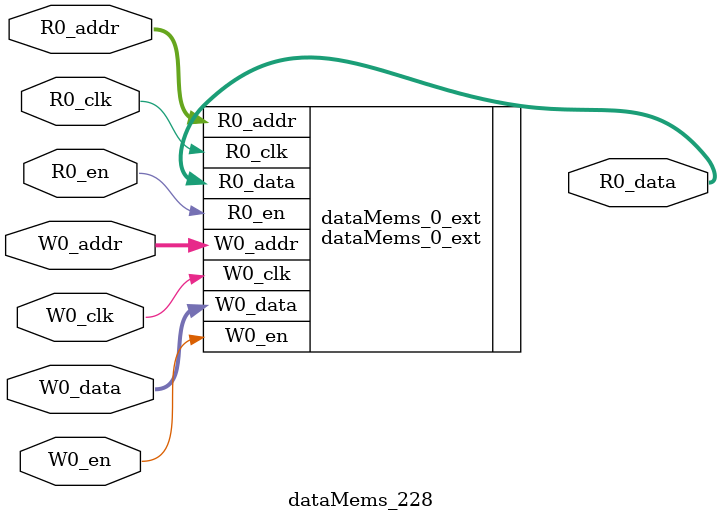
<source format=sv>
`ifndef RANDOMIZE
  `ifdef RANDOMIZE_REG_INIT
    `define RANDOMIZE
  `endif // RANDOMIZE_REG_INIT
`endif // not def RANDOMIZE
`ifndef RANDOMIZE
  `ifdef RANDOMIZE_MEM_INIT
    `define RANDOMIZE
  `endif // RANDOMIZE_MEM_INIT
`endif // not def RANDOMIZE

`ifndef RANDOM
  `define RANDOM $random
`endif // not def RANDOM

// Users can define 'PRINTF_COND' to add an extra gate to prints.
`ifndef PRINTF_COND_
  `ifdef PRINTF_COND
    `define PRINTF_COND_ (`PRINTF_COND)
  `else  // PRINTF_COND
    `define PRINTF_COND_ 1
  `endif // PRINTF_COND
`endif // not def PRINTF_COND_

// Users can define 'ASSERT_VERBOSE_COND' to add an extra gate to assert error printing.
`ifndef ASSERT_VERBOSE_COND_
  `ifdef ASSERT_VERBOSE_COND
    `define ASSERT_VERBOSE_COND_ (`ASSERT_VERBOSE_COND)
  `else  // ASSERT_VERBOSE_COND
    `define ASSERT_VERBOSE_COND_ 1
  `endif // ASSERT_VERBOSE_COND
`endif // not def ASSERT_VERBOSE_COND_

// Users can define 'STOP_COND' to add an extra gate to stop conditions.
`ifndef STOP_COND_
  `ifdef STOP_COND
    `define STOP_COND_ (`STOP_COND)
  `else  // STOP_COND
    `define STOP_COND_ 1
  `endif // STOP_COND
`endif // not def STOP_COND_

// Users can define INIT_RANDOM as general code that gets injected into the
// initializer block for modules with registers.
`ifndef INIT_RANDOM
  `define INIT_RANDOM
`endif // not def INIT_RANDOM

// If using random initialization, you can also define RANDOMIZE_DELAY to
// customize the delay used, otherwise 0.002 is used.
`ifndef RANDOMIZE_DELAY
  `define RANDOMIZE_DELAY 0.002
`endif // not def RANDOMIZE_DELAY

// Define INIT_RANDOM_PROLOG_ for use in our modules below.
`ifndef INIT_RANDOM_PROLOG_
  `ifdef RANDOMIZE
    `ifdef VERILATOR
      `define INIT_RANDOM_PROLOG_ `INIT_RANDOM
    `else  // VERILATOR
      `define INIT_RANDOM_PROLOG_ `INIT_RANDOM #`RANDOMIZE_DELAY begin end
    `endif // VERILATOR
  `else  // RANDOMIZE
    `define INIT_RANDOM_PROLOG_
  `endif // RANDOMIZE
`endif // not def INIT_RANDOM_PROLOG_

// Include register initializers in init blocks unless synthesis is set
`ifndef SYNTHESIS
  `ifndef ENABLE_INITIAL_REG_
    `define ENABLE_INITIAL_REG_
  `endif // not def ENABLE_INITIAL_REG_
`endif // not def SYNTHESIS

// Include rmemory initializers in init blocks unless synthesis is set
`ifndef SYNTHESIS
  `ifndef ENABLE_INITIAL_MEM_
    `define ENABLE_INITIAL_MEM_
  `endif // not def ENABLE_INITIAL_MEM_
`endif // not def SYNTHESIS

module dataMems_228(	// @[generators/ara/src/main/scala/UnsafeAXI4ToTL.scala:365:62]
  input  [4:0]  R0_addr,
  input         R0_en,
  input         R0_clk,
  output [66:0] R0_data,
  input  [4:0]  W0_addr,
  input         W0_en,
  input         W0_clk,
  input  [66:0] W0_data
);

  dataMems_0_ext dataMems_0_ext (	// @[generators/ara/src/main/scala/UnsafeAXI4ToTL.scala:365:62]
    .R0_addr (R0_addr),
    .R0_en   (R0_en),
    .R0_clk  (R0_clk),
    .R0_data (R0_data),
    .W0_addr (W0_addr),
    .W0_en   (W0_en),
    .W0_clk  (W0_clk),
    .W0_data (W0_data)
  );
endmodule


</source>
